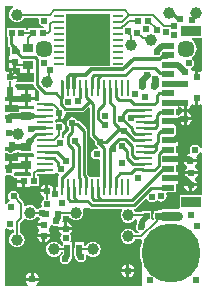
<source format=gtl>
G04*
G04 #@! TF.GenerationSoftware,Altium Limited,Altium Designer,23.3.1 (30)*
G04*
G04 Layer_Physical_Order=1*
G04 Layer_Color=255*
%FSLAX44Y44*%
%MOMM*%
G71*
G04*
G04 #@! TF.SameCoordinates,3788C411-BF41-4264-93CF-D4AFF9625904*
G04*
G04*
G04 #@! TF.FilePolarity,Positive*
G04*
G01*
G75*
%ADD13R,1.6510X0.9398*%
%ADD14R,1.0414X0.5334*%
%ADD15R,0.5153X0.4725*%
%ADD16R,0.5500X0.5500*%
%ADD17C,1.0000*%
%ADD18R,1.4620X0.2794*%
%ADD19R,0.2794X1.4620*%
%ADD20R,3.7592X4.4450*%
%ADD21R,0.8080X0.2548*%
%ADD22R,0.9000X0.8000*%
%ADD23R,0.8500X0.4500*%
%ADD24R,0.6000X0.5500*%
%ADD25R,0.5000X0.6000*%
%ADD34C,0.2000*%
%ADD35C,0.2800*%
%ADD36C,0.2200*%
%ADD37C,0.4000*%
%ADD38C,0.3000*%
%ADD39C,0.5000*%
%ADD40C,0.6000*%
%ADD41C,0.8000*%
%ADD42C,0.6200*%
%ADD43C,1.4500*%
%ADD44C,5.0000*%
%ADD45R,0.2000X0.5500*%
G36*
X10848Y239986D02*
X10853Y239586D01*
X9614Y238636D01*
X8572Y237278D01*
X7917Y235697D01*
X7694Y234000D01*
X7917Y232303D01*
X8572Y230722D01*
X9614Y229364D01*
X10972Y228322D01*
X12553Y227667D01*
X14250Y227444D01*
X15947Y227667D01*
X17528Y228322D01*
X18886Y229364D01*
X19928Y230722D01*
X20230Y231451D01*
X32476D01*
X33075Y230331D01*
X32984Y230195D01*
X32627Y228400D01*
X32984Y226605D01*
X34000Y225084D01*
X35522Y224067D01*
X37015Y223770D01*
X36890Y222500D01*
X23500D01*
Y220924D01*
X21862D01*
Y222362D01*
X6138D01*
Y214638D01*
X6849D01*
Y208750D01*
X6849Y208750D01*
X7051Y207736D01*
X7625Y206875D01*
X8250Y206251D01*
Y199290D01*
X7210D01*
Y195270D01*
X12500D01*
Y194000D01*
X13770D01*
Y188710D01*
X16960D01*
Y184460D01*
X22730D01*
Y191000D01*
X25270D01*
Y184460D01*
X28449D01*
Y177650D01*
X27637Y176654D01*
X27606Y176624D01*
X14303D01*
X13625Y177894D01*
X14063Y178549D01*
X14248Y179480D01*
X10095D01*
X9750Y179623D01*
X8750D01*
Y180750D01*
X7480D01*
Y186248D01*
X6549Y186063D01*
X5414Y185304D01*
X4144Y185983D01*
Y240856D01*
X10499D01*
X10848Y239986D01*
D02*
G37*
G36*
X170856Y186401D02*
X169587Y185722D01*
X168701Y186313D01*
X167771Y186499D01*
Y181001D01*
X165231D01*
Y186499D01*
X164300Y186313D01*
X163598Y185844D01*
X162197Y186436D01*
X161920Y187827D01*
X161453Y188527D01*
X162824Y189443D01*
X163841Y190965D01*
X164198Y192759D01*
X163841Y194554D01*
X162824Y196076D01*
X162505Y196289D01*
X162493Y196311D01*
X162509Y197814D01*
X163741Y198759D01*
X165143Y200587D01*
X166025Y202716D01*
X166325Y205000D01*
X166025Y207284D01*
X165143Y209413D01*
X163741Y211241D01*
X162059Y212531D01*
X162085Y213042D01*
X162414Y213801D01*
X170856D01*
Y186401D01*
D02*
G37*
G36*
X167771Y157503D02*
X168701Y157688D01*
X169587Y158279D01*
X170856Y157600D01*
X170856Y120903D01*
X169587Y120778D01*
X169583Y120795D01*
X168566Y122316D01*
X167045Y123333D01*
X165250Y123690D01*
X163455Y123333D01*
X161934Y122316D01*
X160917Y120795D01*
X160560Y119000D01*
X160880Y117390D01*
X160819Y117034D01*
X160212Y115974D01*
X158899Y115713D01*
X157034Y114466D01*
X155787Y112601D01*
X155602Y111670D01*
X166598D01*
X166413Y112601D01*
X165903Y113363D01*
X166389Y114537D01*
X167045Y114667D01*
X168566Y115684D01*
X169583Y117205D01*
X169587Y117222D01*
X170856Y117097D01*
Y81199D01*
X151945D01*
Y70065D01*
X150675Y69023D01*
X150250Y69108D01*
X138000D01*
X135854Y68681D01*
X134967Y68088D01*
X134000D01*
X133557Y68000D01*
X130000D01*
Y65613D01*
X129761Y65256D01*
X129412Y63500D01*
X129761Y61744D01*
X129927Y61496D01*
X129942Y60612D01*
X129225Y60042D01*
X128000Y60585D01*
Y62606D01*
X128078Y63000D01*
X128078Y63000D01*
Y63500D01*
X128000Y63894D01*
Y68000D01*
X120000D01*
Y66549D01*
X114480D01*
X114178Y67278D01*
X113413Y68274D01*
X113691Y69398D01*
X113884Y69663D01*
X114163Y69718D01*
X115122Y70359D01*
X123164Y78401D01*
X124380Y78033D01*
X124410Y77882D01*
X125426Y76360D01*
X126948Y75343D01*
X128743Y74986D01*
X130538Y75343D01*
X132059Y76360D01*
X132088Y76403D01*
X133732Y76578D01*
X134621Y75984D01*
X136416Y75627D01*
X138211Y75984D01*
X139732Y77001D01*
X140749Y78523D01*
X141106Y80317D01*
X140759Y82063D01*
X140735Y82289D01*
X141407Y83333D01*
X149207D01*
Y90293D01*
X150247D01*
Y94230D01*
X142500D01*
Y96770D01*
X150247D01*
Y100707D01*
X149207D01*
Y106293D01*
X150247D01*
Y110230D01*
X142500D01*
Y112770D01*
X150247D01*
Y116707D01*
X149207D01*
Y122293D01*
X150247D01*
Y126230D01*
X142500D01*
Y128770D01*
X150247D01*
Y132707D01*
X149207D01*
Y138293D01*
X150247D01*
Y142869D01*
X151517Y143254D01*
X152541Y141721D01*
X154407Y140475D01*
X155337Y140289D01*
Y145787D01*
Y151285D01*
X154407Y151100D01*
X152541Y149853D01*
X151517Y148321D01*
X150247Y148706D01*
Y148707D01*
X149207D01*
Y154293D01*
X150247D01*
Y156581D01*
X151517Y156967D01*
X152541Y155434D01*
X154407Y154187D01*
X155337Y154002D01*
Y159500D01*
X157878D01*
Y154002D01*
X158808Y154187D01*
X160674Y155434D01*
X161920Y157299D01*
X161999Y157698D01*
X163411Y158282D01*
X164300Y157688D01*
X165231Y157503D01*
Y163001D01*
X167771D01*
Y157503D01*
D02*
G37*
G36*
X28449Y174150D02*
X28651Y173136D01*
X29225Y172276D01*
X32500Y169001D01*
Y160837D01*
X29290D01*
Y161980D01*
X23520D01*
Y156710D01*
X29026D01*
Y154698D01*
X28250Y153750D01*
X16250D01*
Y151828D01*
X9000D01*
X9000Y151828D01*
X7743Y151578D01*
X7643D01*
X7643Y151578D01*
X6083Y151268D01*
X6056Y151250D01*
X4144D01*
Y157710D01*
X7480D01*
Y162500D01*
X10020D01*
Y157710D01*
X15210D01*
Y156710D01*
X20980D01*
Y163250D01*
Y169790D01*
X15210D01*
X14314Y170689D01*
X14063Y171951D01*
X12874Y173730D01*
X12974Y174179D01*
X13331Y175000D01*
X27606D01*
X28449Y174150D01*
D02*
G37*
G36*
X75743Y154902D02*
Y132055D01*
X75968Y130924D01*
X76609Y129965D01*
X80149Y126424D01*
X80065Y126000D01*
X80422Y124205D01*
X81439Y122684D01*
X82960Y121667D01*
X82779Y121070D01*
X82440Y120527D01*
X81620Y120690D01*
X79825Y120333D01*
X78304Y119316D01*
X77287Y117795D01*
X76930Y116000D01*
X77287Y114205D01*
X78304Y112684D01*
X79825Y111667D01*
X81620Y111310D01*
X83415Y111667D01*
X83543Y111753D01*
X84663Y111154D01*
Y96646D01*
X75282D01*
X75109Y97515D01*
X74468Y98475D01*
X73957Y98986D01*
Y135644D01*
X73732Y136775D01*
X73091Y137734D01*
X67275Y143551D01*
X66315Y144192D01*
X65281Y144397D01*
X64566Y145466D01*
X63045Y146483D01*
X61250Y146840D01*
X59455Y146483D01*
X57934Y145466D01*
X56917Y143945D01*
X56560Y142150D01*
X56917Y140355D01*
X57934Y138834D01*
X58117Y138711D01*
Y135968D01*
X54965Y132816D01*
X54324Y131857D01*
X54099Y130725D01*
Y130245D01*
X52979Y129646D01*
X52786Y129775D01*
X52682Y129795D01*
X52226Y130556D01*
X52098Y131207D01*
X52143Y131275D01*
X52337Y132250D01*
Y134213D01*
X53566Y135034D01*
X54582Y136555D01*
X54939Y138350D01*
X54582Y140145D01*
X53566Y141666D01*
X52044Y142683D01*
X50249Y143040D01*
X48454Y142683D01*
X47916Y142323D01*
X46646Y143002D01*
Y145111D01*
X47588Y145614D01*
X47916Y145664D01*
X48730Y145502D01*
Y151000D01*
X51270D01*
Y145502D01*
X52200Y145687D01*
X54066Y146933D01*
X55313Y148799D01*
X55750Y151000D01*
X55995Y151297D01*
X69254D01*
X70386Y151522D01*
X71345Y152163D01*
X74570Y155388D01*
X75743Y154902D01*
D02*
G37*
G36*
X16250Y116500D02*
X28250D01*
X29026Y115552D01*
Y113540D01*
X23520D01*
Y107000D01*
Y100460D01*
X25573D01*
X25951Y100000D01*
Y97500D01*
X12009D01*
X11519Y98770D01*
X12541Y100299D01*
X12573Y100460D01*
X20980D01*
Y107000D01*
Y113540D01*
X15210D01*
Y110040D01*
X10020D01*
Y105250D01*
X7480D01*
Y110040D01*
X4144D01*
Y116500D01*
X6262D01*
X6994Y116011D01*
X8750Y115662D01*
X10506Y116011D01*
X11237Y116500D01*
X14500D01*
Y117922D01*
X16250D01*
Y116500D01*
D02*
G37*
G36*
X47936Y100189D02*
X49458Y99172D01*
X49822Y98266D01*
X49895Y97790D01*
X49328Y96941D01*
X49269Y96646D01*
X49163D01*
Y96111D01*
X49103Y95810D01*
Y88529D01*
X48867Y88257D01*
X47953Y87655D01*
X47868Y87641D01*
X47333Y87748D01*
Y82250D01*
X44793D01*
Y87748D01*
X44340Y87658D01*
X43566Y88816D01*
X41701Y90063D01*
X40770Y90248D01*
Y84750D01*
X39500D01*
Y83624D01*
X38500D01*
X38151Y83480D01*
X34002D01*
X34187Y82549D01*
X35434Y80684D01*
X36876Y79720D01*
Y77529D01*
X36184Y77066D01*
X35167Y75545D01*
X34810Y73750D01*
X35158Y71998D01*
X35166Y71954D01*
X34498Y70670D01*
X33564Y70484D01*
X32266Y69617D01*
X31609Y69573D01*
X30729Y69787D01*
X29886Y70886D01*
X28528Y71928D01*
X26947Y72583D01*
X25250Y72806D01*
X23553Y72583D01*
X21972Y71928D01*
X21569Y71618D01*
X20299Y72245D01*
Y73720D01*
X20105Y74695D01*
X19552Y75522D01*
X15870Y79205D01*
X16050Y80110D01*
X15693Y81904D01*
X14676Y83426D01*
X13155Y84443D01*
X11360Y84800D01*
X9565Y84443D01*
X8043Y83426D01*
X7027Y81904D01*
X6670Y80110D01*
X7027Y78315D01*
X8043Y76793D01*
X8099Y76756D01*
X7831Y75408D01*
X7455Y75333D01*
X5934Y74316D01*
X5414Y73538D01*
X4144Y73923D01*
Y97682D01*
X5264Y98281D01*
X5434Y98167D01*
X7228Y97810D01*
X8773Y98117D01*
X9082Y98134D01*
X10278Y97478D01*
X10494Y96916D01*
X10730Y96668D01*
X10861Y96352D01*
X11142Y96236D01*
X11351Y96016D01*
X11693Y96007D01*
X12009Y95876D01*
X14460D01*
Y94270D01*
X20000D01*
Y93000D01*
X21270D01*
Y87710D01*
X25540D01*
Y88750D01*
X33000D01*
Y97250D01*
X31049D01*
Y98944D01*
X31219Y99114D01*
X37439D01*
X37685Y99163D01*
X46646D01*
Y99833D01*
X47916Y100219D01*
X47936Y100189D01*
D02*
G37*
G36*
X76669Y69718D02*
X77800Y69493D01*
X103003D01*
X103547Y68223D01*
X102822Y67278D01*
X102167Y65697D01*
X101944Y64000D01*
X102167Y62303D01*
X102822Y60722D01*
X103864Y59364D01*
X105222Y58322D01*
X106803Y57667D01*
X108500Y57444D01*
X110197Y57667D01*
X111778Y58322D01*
X113136Y59364D01*
X114178Y60722D01*
X114265Y60932D01*
X115048Y60950D01*
X115865Y59775D01*
X115658Y58737D01*
X115658Y58737D01*
Y56696D01*
X115174Y55971D01*
X114817Y54177D01*
X115174Y52382D01*
X116191Y50860D01*
X117375Y50069D01*
X116990Y48799D01*
X114480D01*
X114178Y49528D01*
X113136Y50886D01*
X111778Y51928D01*
X110197Y52583D01*
X108500Y52806D01*
X106803Y52583D01*
X105222Y51928D01*
X103864Y50886D01*
X102822Y49528D01*
X102167Y47947D01*
X101944Y46250D01*
X102167Y44553D01*
X102822Y42972D01*
X103864Y41614D01*
X105222Y40572D01*
X106803Y39917D01*
X108500Y39694D01*
X110197Y39917D01*
X111778Y40572D01*
X113136Y41614D01*
X114178Y42972D01*
X114480Y43701D01*
X119500D01*
X120000Y43291D01*
Y40893D01*
X119719Y40214D01*
X118745Y36158D01*
X118418Y32000D01*
X118745Y27842D01*
X119719Y23786D01*
X120000Y23108D01*
Y4143D01*
X30672Y4143D01*
X30287Y5413D01*
X31067Y5934D01*
X32313Y7800D01*
X32499Y8731D01*
X21503D01*
X21688Y7800D01*
X22935Y5934D01*
X23714Y5413D01*
X23329Y4143D01*
X4144D01*
Y52828D01*
X5414Y53214D01*
X5434Y53184D01*
X6955Y52167D01*
X8750Y51810D01*
X10545Y52167D01*
X10681Y52258D01*
X11801Y51659D01*
Y49521D01*
X10972Y49178D01*
X9614Y48136D01*
X8572Y46778D01*
X7917Y45197D01*
X7694Y43500D01*
X7917Y41803D01*
X8572Y40222D01*
X9614Y38864D01*
X10972Y37822D01*
X12553Y37167D01*
X14250Y36944D01*
X15947Y37167D01*
X17528Y37822D01*
X18886Y38864D01*
X19928Y40222D01*
X20583Y41803D01*
X20806Y43500D01*
X20583Y45197D01*
X19928Y46778D01*
X18886Y48136D01*
X17528Y49178D01*
X16899Y49438D01*
Y57294D01*
X19552Y59948D01*
X19941Y60530D01*
X20837Y60887D01*
X21441Y60980D01*
X21972Y60572D01*
X23553Y59917D01*
X25250Y59694D01*
X26947Y59917D01*
X28528Y60572D01*
X29886Y61614D01*
X30658Y62621D01*
X31823Y62801D01*
X32202Y62729D01*
X33417Y61916D01*
X33584Y61182D01*
X33606Y60515D01*
X32934Y60066D01*
X31687Y58201D01*
X31502Y57270D01*
X37000D01*
Y54730D01*
X31502D01*
X31687Y53799D01*
X32934Y51934D01*
Y50816D01*
X31687Y48951D01*
X31502Y48020D01*
X42498D01*
X42313Y48951D01*
X41066Y50816D01*
Y51934D01*
X42313Y53799D01*
X42751Y56000D01*
X42738Y56061D01*
X43935Y56556D01*
X44184Y56184D01*
X45705Y55167D01*
X47500Y54810D01*
X48923Y55093D01*
X49802Y54447D01*
X50026Y54128D01*
X50005Y54023D01*
X54233D01*
Y58250D01*
X53302Y58065D01*
X53196Y57994D01*
X52280Y58910D01*
X53018Y60014D01*
X53065Y60250D01*
X53250D01*
Y61181D01*
X53328Y61575D01*
X53328Y61575D01*
Y63701D01*
X58020D01*
X58322Y62972D01*
X59364Y61614D01*
X60722Y60572D01*
X62303Y59917D01*
X64000Y59694D01*
X65697Y59917D01*
X67278Y60572D01*
X68636Y61614D01*
X69678Y62972D01*
X70333Y64553D01*
X70556Y66250D01*
X70333Y67947D01*
X70008Y68730D01*
X70857Y70000D01*
X76247D01*
X76669Y69718D01*
D02*
G37*
%LPC*%
G36*
X11230Y192730D02*
X7210D01*
Y188710D01*
X11230D01*
Y192730D01*
D02*
G37*
G36*
X10020Y186248D02*
Y182020D01*
X14248D01*
X14063Y182951D01*
X12816Y184816D01*
X10951Y186063D01*
X10020Y186248D01*
D02*
G37*
G36*
X157878Y151285D02*
Y147057D01*
X162105D01*
X161920Y147988D01*
X160674Y149853D01*
X158808Y151100D01*
X157878Y151285D01*
D02*
G37*
G36*
X162105Y144517D02*
X157878D01*
Y140289D01*
X158808Y140475D01*
X160674Y141721D01*
X161920Y143587D01*
X162105Y144517D01*
D02*
G37*
G36*
X166598Y109130D02*
X155602D01*
X155787Y108199D01*
X157034Y106334D01*
X158038Y105663D01*
Y104136D01*
X157935Y104067D01*
X156688Y102201D01*
X156503Y101271D01*
X167499D01*
X167314Y102201D01*
X166067Y104067D01*
X165063Y104738D01*
Y106265D01*
X165166Y106334D01*
X166413Y108199D01*
X166598Y109130D01*
D02*
G37*
G36*
X167499Y98731D02*
X156503D01*
X156688Y97800D01*
X157861Y96045D01*
X158008Y95632D01*
Y94616D01*
X157192Y94071D01*
X155945Y92205D01*
X155760Y91274D01*
X166756D01*
X166571Y92205D01*
X165398Y93960D01*
X165251Y94373D01*
Y95389D01*
X166067Y95934D01*
X167314Y97800D01*
X167499Y98731D01*
D02*
G37*
G36*
X166756Y88734D02*
X162528D01*
Y84507D01*
X163458Y84692D01*
X165324Y85938D01*
X166571Y87804D01*
X166756Y88734D01*
D02*
G37*
G36*
X159988D02*
X155760D01*
X155945Y87804D01*
X157192Y85938D01*
X159057Y84692D01*
X159988Y84507D01*
Y88734D01*
D02*
G37*
G36*
X29290Y169790D02*
X23520D01*
Y164520D01*
X29290D01*
Y169790D01*
D02*
G37*
G36*
X18730Y91730D02*
X14460D01*
Y87710D01*
X18730D01*
Y91730D01*
D02*
G37*
G36*
X38230Y90248D02*
X37299Y90063D01*
X35434Y88816D01*
X34187Y86951D01*
X34002Y86020D01*
X38230D01*
Y90248D01*
D02*
G37*
G36*
X56773Y58250D02*
Y54023D01*
X61001D01*
X60816Y54953D01*
X59569Y56819D01*
X57703Y58065D01*
X56773Y58250D01*
D02*
G37*
G36*
X42498Y45480D02*
X38270D01*
Y41252D01*
X39201Y41437D01*
X41066Y42684D01*
X42313Y44549D01*
X42498Y45480D01*
D02*
G37*
G36*
X35730D02*
X31502D01*
X31687Y44549D01*
X32934Y42684D01*
X34799Y41437D01*
X35730Y41252D01*
Y45480D01*
D02*
G37*
G36*
X78500Y41806D02*
X76803Y41583D01*
X75222Y40928D01*
X73864Y39886D01*
X72822Y38528D01*
X72520Y37799D01*
X71000D01*
Y41000D01*
X63000D01*
Y36894D01*
X62922Y36500D01*
Y30325D01*
X62922Y30325D01*
X63232Y28764D01*
X63695Y28071D01*
X63917Y26955D01*
X64934Y25434D01*
X66455Y24417D01*
X68250Y24060D01*
X70045Y24417D01*
X71566Y25434D01*
X72583Y26955D01*
X72940Y28750D01*
X72676Y30076D01*
X73864Y30614D01*
X75222Y29572D01*
X76803Y28917D01*
X78500Y28694D01*
X80197Y28917D01*
X81778Y29572D01*
X83136Y30614D01*
X84178Y31972D01*
X84833Y33553D01*
X85056Y35250D01*
X84833Y36947D01*
X84178Y38528D01*
X83136Y39886D01*
X81778Y40928D01*
X80197Y41583D01*
X78500Y41806D01*
D02*
G37*
G36*
X61001Y51483D02*
X50005D01*
X50190Y50552D01*
X51437Y48686D01*
X52124Y48227D01*
X51167Y46795D01*
X50810Y45000D01*
X51167Y43205D01*
X52184Y41684D01*
X52184Y41683D01*
X52496Y41460D01*
X53000Y41000D01*
Y37799D01*
X51480D01*
X51178Y38528D01*
X50136Y39886D01*
X48778Y40928D01*
X47197Y41583D01*
X45500Y41806D01*
X43803Y41583D01*
X42222Y40928D01*
X40864Y39886D01*
X39822Y38528D01*
X39167Y36947D01*
X38944Y35250D01*
X39167Y33553D01*
X39822Y31972D01*
X40864Y30614D01*
X42222Y29572D01*
X43803Y28917D01*
X45500Y28694D01*
X47197Y28917D01*
X48778Y29572D01*
X50136Y30614D01*
X51178Y31972D01*
X51480Y32701D01*
X52922D01*
Y31366D01*
X51784Y30605D01*
X50767Y29084D01*
X50410Y27289D01*
X50767Y25494D01*
X51784Y23972D01*
X53305Y22956D01*
X55100Y22599D01*
X56895Y22956D01*
X58416Y23972D01*
X59433Y25494D01*
X59603Y26349D01*
X59884Y26630D01*
X59884Y26630D01*
X60768Y27953D01*
X61078Y29514D01*
X61078Y29514D01*
Y36500D01*
X61000Y36894D01*
Y41000D01*
X59887D01*
X59208Y42270D01*
X59833Y43205D01*
X60190Y45000D01*
X59833Y46795D01*
X58878Y48225D01*
X59569Y48686D01*
X60816Y50552D01*
X61001Y51483D01*
D02*
G37*
G36*
X109520Y22498D02*
Y18270D01*
X113748D01*
X113563Y19201D01*
X112316Y21066D01*
X110451Y22313D01*
X109520Y22498D01*
D02*
G37*
G36*
X106980D02*
X106049Y22313D01*
X104184Y21066D01*
X102937Y19201D01*
X102752Y18270D01*
X106980D01*
Y22498D01*
D02*
G37*
G36*
X113748Y15730D02*
X109520D01*
Y11502D01*
X110451Y11687D01*
X112316Y12934D01*
X113563Y14799D01*
X113748Y15730D01*
D02*
G37*
G36*
X106980D02*
X102752D01*
X102937Y14799D01*
X104184Y12934D01*
X106049Y11687D01*
X106980Y11502D01*
Y15730D01*
D02*
G37*
G36*
X28271Y15498D02*
Y11271D01*
X32499D01*
X32313Y12201D01*
X31067Y14067D01*
X29201Y15313D01*
X28271Y15498D01*
D02*
G37*
G36*
X25731D02*
X24800Y15313D01*
X22935Y14067D01*
X21688Y12201D01*
X21503Y11271D01*
X25731D01*
Y15498D01*
D02*
G37*
%LPD*%
D13*
X161700Y220000D02*
D03*
Y75000D02*
D03*
D14*
X142500Y207500D02*
D03*
Y199500D02*
D03*
Y191500D02*
D03*
Y183500D02*
D03*
Y175500D02*
D03*
Y167500D02*
D03*
Y159500D02*
D03*
Y151500D02*
D03*
Y143500D02*
D03*
Y135500D02*
D03*
Y127500D02*
D03*
Y119500D02*
D03*
Y111500D02*
D03*
Y103500D02*
D03*
Y95500D02*
D03*
Y87500D02*
D03*
D15*
X10214Y218500D02*
D03*
X17786D02*
D03*
D16*
X12500Y194000D02*
D03*
Y203000D02*
D03*
D17*
X14250Y43500D02*
D03*
X15000Y132500D02*
D03*
X40000Y177250D02*
D03*
X110750Y208000D02*
D03*
X128000Y212250D02*
D03*
X14250Y234000D02*
D03*
X45500Y35250D02*
D03*
X78500D02*
D03*
X108500Y64000D02*
D03*
Y46250D02*
D03*
X165750Y235500D02*
D03*
X143000D02*
D03*
X25250Y66250D02*
D03*
X64000D02*
D03*
D18*
X122164Y157940D02*
D03*
Y152860D02*
D03*
Y147780D02*
D03*
Y142700D02*
D03*
Y137620D02*
D03*
Y132540D02*
D03*
Y127460D02*
D03*
Y122380D02*
D03*
Y117300D02*
D03*
Y112220D02*
D03*
Y107140D02*
D03*
Y102060D02*
D03*
X37836D02*
D03*
Y107140D02*
D03*
Y112220D02*
D03*
Y117300D02*
D03*
Y122380D02*
D03*
Y127460D02*
D03*
Y132540D02*
D03*
Y137620D02*
D03*
Y142700D02*
D03*
Y147780D02*
D03*
Y152860D02*
D03*
Y157940D02*
D03*
D19*
X107940Y87836D02*
D03*
X102860D02*
D03*
X97780D02*
D03*
X92700D02*
D03*
X87620D02*
D03*
X82540D02*
D03*
X77460D02*
D03*
X72380D02*
D03*
X67300D02*
D03*
X62220D02*
D03*
X57140D02*
D03*
X52060D02*
D03*
Y172164D02*
D03*
X57140D02*
D03*
X62220D02*
D03*
X67300D02*
D03*
X72380D02*
D03*
X77460D02*
D03*
X82540D02*
D03*
X87620D02*
D03*
X92700D02*
D03*
X97780D02*
D03*
X102860D02*
D03*
X107940D02*
D03*
D20*
X74750Y212750D02*
D03*
D21*
X99491Y233070D02*
D03*
Y227990D02*
D03*
Y222910D02*
D03*
Y217830D02*
D03*
Y212750D02*
D03*
Y207670D02*
D03*
Y202590D02*
D03*
Y197510D02*
D03*
Y192430D02*
D03*
X50009D02*
D03*
Y197510D02*
D03*
Y202590D02*
D03*
Y207670D02*
D03*
Y212750D02*
D03*
Y217830D02*
D03*
Y222910D02*
D03*
Y227990D02*
D03*
Y233070D02*
D03*
D22*
X22250Y163250D02*
D03*
Y148250D02*
D03*
X24000Y191000D02*
D03*
Y206000D02*
D03*
X22250Y107000D02*
D03*
Y122000D02*
D03*
D23*
X8750Y147500D02*
D03*
Y162500D02*
D03*
Y120250D02*
D03*
Y105250D02*
D03*
D24*
X28000Y218250D02*
D03*
X36500D02*
D03*
X116750Y228750D02*
D03*
X125250D02*
D03*
X28500Y93000D02*
D03*
X20000D02*
D03*
D25*
X57000Y36500D02*
D03*
X67000D02*
D03*
X124000Y63500D02*
D03*
X134000D02*
D03*
X130500Y173750D02*
D03*
X120500D02*
D03*
X39250Y64750D02*
D03*
X49250D02*
D03*
D34*
X49196Y152304D02*
X50750Y150750D01*
X37836Y157940D02*
X38233Y157543D01*
X45395D01*
X49196Y153742D01*
Y152304D02*
Y153742D01*
X49788Y137889D02*
X50249Y138350D01*
X45395Y127857D02*
X49788Y132250D01*
Y137889D01*
X8250Y134250D02*
X15000D01*
X50208Y124659D02*
X50991Y125442D01*
X47838Y122380D02*
X50117Y124659D01*
X50208D01*
X37836Y122380D02*
X47838D01*
X38233Y127857D02*
X45395D01*
X7500Y133500D02*
X8000Y133000D01*
X7500Y133500D02*
X8250Y134250D01*
X99491Y222910D02*
X102257D01*
X110750Y208000D02*
Y216372D01*
X102257Y222910D02*
X103563Y224216D01*
X108356Y218766D02*
X110750Y216372D01*
X109060Y228526D02*
X113846D01*
X108356Y218766D02*
Y219902D01*
X103563Y224216D02*
X104750D01*
X109060Y228526D01*
X120738Y213781D02*
X126469D01*
X116169Y218350D02*
X120738Y213781D01*
X132536Y220795D02*
Y221714D01*
X125500Y228750D02*
X132536Y221714D01*
X138775Y224511D02*
X147194D01*
X129285Y234000D02*
X138775Y224511D01*
X147194D02*
X147257Y224447D01*
X109270Y234000D02*
X129285D01*
X50750Y66250D02*
X64000D01*
X49250Y64750D02*
X50750Y66250D01*
X40000Y177250D02*
X41531Y178781D01*
Y184842D01*
X42502Y185814D01*
Y186950D01*
X126469Y213781D02*
X128000Y212250D01*
X54537Y35250D02*
X55394Y34394D01*
X8000Y133000D02*
X14500D01*
X15000Y134250D02*
X15750Y135000D01*
X14500Y133000D02*
X15000Y132500D01*
X11360Y80110D02*
X17750Y73720D01*
Y61750D02*
Y73720D01*
X14350Y58350D02*
X17750Y61750D01*
X14250Y43500D02*
X14350Y43600D01*
Y58350D01*
X25250Y66250D02*
X25299Y66201D01*
X35310D01*
X35359Y66151D01*
X45500Y35250D02*
X54537D01*
X68250D02*
X78500D01*
X67000Y36500D02*
X68250Y35250D01*
X108500Y64000D02*
X123500D01*
X124000Y63500D01*
X131750Y58500D02*
X131828D01*
X132500Y62000D02*
X134000Y63500D01*
X132500Y59172D02*
Y62000D01*
X131828Y58500D02*
X132500Y59172D01*
X119500Y46250D02*
X131750Y58500D01*
X108500Y46250D02*
X119500D01*
X105795Y237475D02*
X109270Y234000D01*
X45564Y237475D02*
X105795D01*
X14250Y234000D02*
X42090D01*
X45564Y237475D01*
X166000Y233835D02*
Y236000D01*
X163554Y231389D02*
X166000Y233835D01*
X163554Y230103D02*
Y231389D01*
X162750Y229299D02*
X163554Y230103D01*
X125250Y228750D02*
X125500D01*
X103260Y227990D02*
X109270Y234000D01*
X44216Y227716D02*
X50009D01*
X12250Y191000D02*
X24000D01*
X12000Y191250D02*
X12250Y191000D01*
X24000Y214500D02*
X27875Y218375D01*
X24000Y206000D02*
Y214500D01*
X18250Y218500D02*
X18375Y218375D01*
X27875D01*
X28000Y218250D01*
X12000Y184250D02*
Y191250D01*
X8750Y181000D02*
X12000Y184250D01*
X8750Y180750D02*
Y181000D01*
X36500Y218250D02*
X40500D01*
X42250Y220000D02*
Y225750D01*
X40500Y218250D02*
X42250Y220000D01*
Y225750D02*
X44216Y227716D01*
X37836Y127460D02*
X38233Y127857D01*
X99491Y227990D02*
X103260D01*
X113872Y228500D02*
X116500D01*
X113846Y228526D02*
X113872Y228500D01*
X116500D02*
X116750Y228750D01*
X28500Y93000D02*
Y100000D01*
X37439Y101663D02*
X37836Y102060D01*
X30163Y101663D02*
X37439D01*
X28500Y100000D02*
X30163Y101663D01*
D35*
X65623Y160714D02*
Y161635D01*
X52419Y157000D02*
X52485D01*
X51650Y157295D02*
Y162739D01*
X52124Y157295D02*
X52419Y157000D01*
X47426Y167250D02*
X51793Y162883D01*
X52485Y157000D02*
X55231Y154254D01*
X51650Y157295D02*
X52124D01*
X67297Y163309D02*
Y172161D01*
X55231Y154254D02*
X69254D01*
X65623Y161635D02*
X67297Y163309D01*
X61901Y141500D02*
X64420D01*
X61074Y134744D02*
Y141974D01*
X57056Y124415D02*
Y130725D01*
X61074Y134744D01*
X64420Y141500D02*
X64460Y141460D01*
X61074Y141974D02*
X61250Y142150D01*
X61901Y141500D01*
X92700Y159444D02*
Y172164D01*
X104748Y135829D02*
X104748D01*
X83000Y153429D02*
X87620Y158049D01*
X83000Y146015D02*
Y153429D01*
X78700Y132055D02*
Y158116D01*
X104748Y135829D02*
X113114Y127463D01*
X83000Y146015D02*
X88214Y140801D01*
X89110D01*
X78700Y132055D02*
X84755Y126000D01*
X75908Y160908D02*
X78700Y158116D01*
X87620Y87836D02*
Y121325D01*
X83850Y125095D02*
X87620Y121325D01*
X64460Y141460D02*
X65184D01*
X71000Y135644D01*
X57056Y124415D02*
X61398Y120072D01*
Y104902D02*
Y120072D01*
X63056Y126034D02*
Y126900D01*
X100965Y136965D02*
X101614Y136317D01*
X103935D01*
X104586Y135666D01*
X113114Y127463D02*
X122161D01*
X92700Y159444D02*
X96000Y156144D01*
Y142527D02*
Y156144D01*
Y142527D02*
X100527Y138000D01*
X102000Y145757D02*
X102990D01*
X90000Y126000D02*
X100965Y136965D01*
X69254Y154254D02*
X75908Y160908D01*
X48501Y117297D02*
X55398Y110400D01*
X37839Y117297D02*
X48501D01*
X63056Y126034D02*
X66700Y122389D01*
X71000Y97761D02*
Y135644D01*
X66700Y95980D02*
X67297Y95383D01*
X66700Y95980D02*
Y122389D01*
X71000Y97761D02*
X72377Y96384D01*
X84755Y126000D02*
X90000D01*
X67297Y172161D02*
X67300Y172164D01*
X51650Y162739D02*
X52060Y163149D01*
Y167797D01*
X103500Y122511D02*
X107250Y118761D01*
X95350Y120651D02*
X95675Y120325D01*
X72380Y164436D02*
X75908Y160908D01*
X100840Y128840D02*
X105656D01*
X111954Y114702D02*
Y122542D01*
X92700Y120700D02*
X92749Y120651D01*
X105656Y128840D02*
X111954Y122542D01*
X92749Y120651D02*
X95350D01*
X111250Y135726D02*
Y137497D01*
X114436Y132540D02*
X122164D01*
X111250Y135726D02*
X114436Y132540D01*
X102990Y145757D02*
X111250Y137497D01*
X72380Y164436D02*
Y172164D01*
X92700Y87836D02*
Y120700D01*
X100840Y128840D01*
X107250Y112496D02*
Y118761D01*
X49349Y105408D02*
X51252Y103505D01*
X52996Y96500D02*
X61398Y104902D01*
X67297Y87839D02*
Y95383D01*
X110755Y146507D02*
X110995D01*
X72377Y87839D02*
Y96384D01*
X52750Y96500D02*
X52996D01*
X52060Y95810D02*
X52750Y96500D01*
X87620Y158049D02*
Y172164D01*
X110995Y146507D02*
X112265Y147777D01*
X122161D01*
X107360Y152860D02*
X122164D01*
X104000Y149500D02*
X107360Y152860D01*
X104000Y146238D02*
Y149500D01*
X122161Y147777D02*
X122164Y147780D01*
X110765Y99500D02*
X114108Y102843D01*
X112196Y107550D02*
X121754D01*
X107250Y112496D02*
X112196Y107550D01*
X121754D02*
X122164Y107140D01*
X101716Y99500D02*
X110765D01*
X114108Y102843D02*
X119892D01*
X120675Y102060D01*
X122164D01*
X97783Y95567D02*
X101716Y99500D01*
X111250Y76750D02*
X136733Y102233D01*
X128081Y87500D02*
X142500D01*
X113031Y72450D02*
X128081Y87500D01*
X77800Y72450D02*
X113031D01*
X85250Y76750D02*
X111250D01*
X57143Y78357D02*
Y87833D01*
Y78357D02*
X59000Y76500D01*
X64750D01*
X25875Y128375D02*
X30037Y132537D01*
X37833D01*
X25875Y127875D02*
Y128375D01*
X38750Y65250D02*
X39250Y64750D01*
X38499Y65501D02*
X38750Y65250D01*
X36334Y65501D02*
X38499D01*
X36010D02*
X36334D01*
X35359Y66151D02*
X36010Y65501D01*
X49349Y105408D02*
Y108435D01*
X37833Y132537D02*
X37836Y132540D01*
X37833Y147783D02*
X37836Y147780D01*
X28217Y147783D02*
X37833D01*
X28000Y148000D02*
X28217Y147783D01*
X52060Y87836D02*
Y95810D01*
X100500Y161250D02*
X109750D01*
X97783Y163967D02*
X100500Y161250D01*
X113057Y157943D02*
X122161D01*
X109750Y161250D02*
X113057Y157943D01*
X131500Y189000D02*
X135733Y184767D01*
X112250Y189000D02*
X131500D01*
X135733Y184767D02*
X141233D01*
X142500Y183500D01*
X105624Y182374D02*
X112250Y189000D01*
X85022Y182374D02*
X105624D01*
X37836Y112220D02*
X37839Y112217D01*
X45567D01*
X49349Y108435D01*
X37836Y117300D02*
X37839Y117297D01*
X122167Y157943D02*
X130693D01*
X122164Y157940D02*
X122167Y157943D01*
X132500Y165000D02*
X134750Y167250D01*
X142250D01*
X130693Y157943D02*
X132500Y159750D01*
Y165000D01*
X142250Y167250D02*
X142500Y167500D01*
X114536Y112120D02*
X116357D01*
X111954Y114702D02*
X114536Y112120D01*
X122161Y127463D02*
X122164Y127460D01*
X72377Y87839D02*
X72380Y87836D01*
X67297Y87839D02*
X67300Y87836D01*
X97783Y163967D02*
Y172161D01*
X57140Y87836D02*
X57143Y87833D01*
X62220Y87836D02*
X62223Y87833D01*
Y79027D02*
Y87833D01*
Y79027D02*
X64750Y76500D01*
X73750D01*
X77800Y72450D01*
X77463Y79037D02*
Y87833D01*
X79750Y76750D02*
X85250D01*
X77463Y79037D02*
X79750Y76750D01*
X77460Y87836D02*
X77463Y87833D01*
X82537Y81857D02*
Y87833D01*
X82500Y79500D02*
Y81820D01*
Y79500D02*
X85250Y76750D01*
X82500Y81820D02*
X82537Y81857D01*
Y87833D02*
X82540Y87836D01*
X79103Y182374D02*
X85022D01*
X77463Y172167D02*
Y180734D01*
X79103Y182374D01*
X77460Y172164D02*
X77463Y172167D01*
X82543Y179895D02*
X85022Y182374D01*
X82543Y172167D02*
Y179895D01*
X82540Y172164D02*
X82543Y172167D01*
X97780Y172164D02*
X97783Y172161D01*
X122161Y157943D02*
X122164Y157940D01*
X136733Y102233D02*
X141233D01*
X130482Y102063D02*
X134250Y105831D01*
Y115669D01*
X122167Y102063D02*
X130482D01*
X134250Y115669D02*
X137331Y118750D01*
X141750D01*
X142500Y119500D01*
X129803Y117303D02*
X131573Y119073D01*
X122167Y117303D02*
X129803D01*
X122164Y117300D02*
X122167Y117303D01*
X131573Y119073D02*
Y124060D01*
X122164Y102060D02*
X122167Y102063D01*
X129895Y122383D02*
X131573Y124060D01*
X141233Y102233D02*
X142500Y103500D01*
X97780Y87836D02*
X97783Y87839D01*
Y95567D01*
X132750Y139263D02*
Y145250D01*
X130203Y142703D02*
X132750Y145250D01*
Y148750D01*
X122164Y142700D02*
X122167Y142703D01*
X130203D01*
X142250Y151250D02*
X142500Y151500D01*
X135250Y151250D02*
X142250D01*
X122167Y137623D02*
X131110D01*
X132750Y139263D01*
Y148750D02*
X135250Y151250D01*
X122164Y137620D02*
X122167Y137623D01*
X131573Y124060D02*
X133250Y125738D01*
X142250Y135750D02*
X142500Y135500D01*
X136000Y135750D02*
X142250D01*
X133250Y133000D02*
X136000Y135750D01*
X133250Y125738D02*
Y133000D01*
X122164Y122380D02*
X122167Y122383D01*
X129895D01*
D36*
X12500Y206250D02*
X15400Y203350D01*
X11500Y202250D02*
X12000Y202750D01*
Y206250D02*
X12500D01*
X12000Y202750D02*
Y206250D01*
X38000Y167250D02*
X47426D01*
X37000Y168250D02*
X38000Y167250D01*
X37000Y168250D02*
X37000D01*
X31100Y174150D02*
X37000Y168250D01*
X52060Y167797D02*
Y172164D01*
Y178077D01*
X29513Y197663D02*
X31100Y196077D01*
X15400Y200600D02*
X18336Y197663D01*
X29513D01*
X31100Y174150D02*
Y196077D01*
X15400Y200600D02*
Y203350D01*
X9500Y218250D02*
X9750Y218500D01*
X9500Y208750D02*
Y218250D01*
Y208750D02*
X12000Y206250D01*
D37*
X26100Y137150D02*
X27150D01*
X27500Y137500D01*
X24750Y126750D02*
X25875Y127875D01*
X24250Y126750D02*
X24750D01*
D38*
X77795Y210000D02*
X78750D01*
X77647Y209853D02*
X77795Y210000D01*
X144000Y29750D02*
X146116D01*
X165750Y9250D02*
Y10116D01*
X27500Y137500D02*
X27620Y137620D01*
X37836D01*
X67600Y219900D02*
X74750Y212750D01*
X66567Y219900D02*
X67600D01*
X60750Y212750D02*
X74750D01*
X60083Y213417D02*
X60750Y212750D01*
X74750D02*
X77647Y209853D01*
X143000Y236000D02*
X144894D01*
X149735Y231160D01*
X151425D01*
X152037Y230547D01*
X136903Y198333D02*
X141333D01*
X135120Y196550D02*
X136903Y198333D01*
X113168Y196550D02*
X135120D01*
X104143Y187525D02*
X113168Y196550D01*
X141333Y198333D02*
X142500Y199500D01*
X77275Y187525D02*
X104143D01*
X72750Y183000D02*
X77275Y187525D01*
X65186Y183000D02*
X72750D01*
X62323Y180137D02*
X65186Y183000D01*
X57243Y172267D02*
Y181243D01*
X59000Y183000D01*
X65186D01*
X57140Y172164D02*
X57243Y172267D01*
X62220Y172164D02*
X62323Y172267D01*
Y180137D01*
D39*
X132593Y202650D02*
X132823Y202880D01*
Y203353D01*
X136802Y207333D01*
X156278Y185627D02*
X156608D01*
X156607Y159500D02*
X156608Y159500D01*
X152713Y145787D02*
X156608D01*
X156600Y175250D02*
X156608D01*
X150572Y191333D02*
X156278Y185627D01*
X142500Y159500D02*
X156607D01*
X142667Y191333D02*
X150572D01*
X142625Y175375D02*
X156475D01*
X156600Y175250D01*
X49250Y61575D02*
Y64750D01*
X47500Y59825D02*
X49250Y61575D01*
X47500Y59500D02*
Y59825D01*
X55100Y27614D02*
X57000Y29514D01*
X55100Y27289D02*
Y27614D01*
X57000Y29514D02*
Y36500D01*
X67000Y30325D02*
Y36500D01*
X68250Y28750D02*
Y29075D01*
X67000Y30325D02*
X68250Y29075D01*
X124000Y63000D02*
Y63500D01*
X119507Y54177D02*
X119737Y54406D01*
Y58737D01*
X124000Y63000D01*
X24250Y124000D02*
Y126750D01*
X38750Y65250D02*
X39250D01*
X7643Y147500D02*
X8750D01*
X7393Y147250D02*
X7643Y147500D01*
X7393Y144730D02*
Y147250D01*
X7164Y144500D02*
X7393Y144730D01*
X7708Y105250D02*
X8750D01*
X7458Y102730D02*
Y105000D01*
X7228Y102500D02*
X7458Y102730D01*
Y105000D02*
X7708Y105250D01*
X142500Y111500D02*
X160000D01*
X161100Y110400D01*
X36585Y65250D02*
X38750D01*
X36334Y65501D02*
X36585Y65250D01*
X35684Y66151D02*
X36334Y65501D01*
X39250Y64750D02*
Y65250D01*
X35359Y66151D02*
X35684D01*
X142500Y175500D02*
X142625Y175375D01*
X142500Y191500D02*
X142667Y191333D01*
X155762Y95500D02*
X161258Y90004D01*
X142500Y95500D02*
X155762D01*
X148695Y143333D02*
X151707Y140321D01*
X8750Y105250D02*
X9000Y105500D01*
X20750D01*
X22250Y107000D01*
X12000Y122000D02*
X22250D01*
X22500D01*
X22250Y148250D02*
X22500Y148000D01*
X28000D01*
X8750Y147500D02*
X9000Y147750D01*
X21750D01*
X22250Y148250D01*
X8750Y162500D02*
Y169500D01*
X21875Y162875D02*
X22250Y163250D01*
X9125Y162875D02*
X21875D01*
X8750Y162500D02*
X9125Y162875D01*
X136802Y207333D02*
X142333D01*
X142500Y207500D01*
Y143500D02*
X142667Y143667D01*
X150592D01*
X152713Y145787D01*
X151707Y131176D02*
Y140321D01*
X142500Y127500D02*
X142667Y127667D01*
X148198D01*
X151707Y131176D01*
D40*
X124100Y182421D02*
Y182475D01*
X120500Y173750D02*
Y178821D01*
X124100Y182421D01*
X131378Y178962D02*
X131417Y179000D01*
X131378Y174628D02*
Y178962D01*
X130500Y173750D02*
X131378Y174628D01*
X8750Y120250D02*
X10000Y121500D01*
Y123250D01*
X134000Y63500D02*
X138000D01*
D41*
X150250D01*
D42*
X8750Y180750D02*
D03*
Y169750D02*
D03*
X39500Y84750D02*
D03*
Y73750D02*
D03*
X57716Y160254D02*
D03*
X65623Y160714D02*
D03*
X61250Y142150D02*
D03*
X50249Y138350D02*
D03*
X89000Y148500D02*
D03*
X89110Y140801D02*
D03*
X84755Y126000D02*
D03*
X63056Y126900D02*
D03*
X104586Y135666D02*
D03*
X102000Y145757D02*
D03*
X50991Y125442D02*
D03*
X50000Y151000D02*
D03*
X55398Y110400D02*
D03*
X103500Y122511D02*
D03*
X95675Y120325D02*
D03*
X51252Y103505D02*
D03*
X81620Y116000D02*
D03*
X26100Y137150D02*
D03*
X7500Y133500D02*
D03*
X110755Y146507D02*
D03*
X108356Y219902D02*
D03*
X78750Y210000D02*
D03*
X116169Y218350D02*
D03*
X132593Y202650D02*
D03*
X132536Y220795D02*
D03*
X123239Y221400D02*
D03*
X114609Y166404D02*
D03*
X103255Y108005D02*
D03*
X128743Y79676D02*
D03*
X117006Y96005D02*
D03*
X156608Y185627D02*
D03*
Y175250D02*
D03*
Y145787D02*
D03*
Y159500D02*
D03*
X124100Y182475D02*
D03*
X126750Y9000D02*
D03*
X165750Y9250D02*
D03*
X166501Y181001D02*
D03*
Y163001D02*
D03*
X162001Y100001D02*
D03*
Y64001D02*
D03*
X166501Y55001D02*
D03*
X27001Y10001D02*
D03*
X55503Y52753D02*
D03*
X55100Y27289D02*
D03*
X68250Y28750D02*
D03*
X119507Y54177D02*
D03*
X9250Y71000D02*
D03*
X131417Y179000D02*
D03*
X8750Y56500D02*
D03*
X37000Y46750D02*
D03*
X10000Y123250D02*
D03*
X7164Y144500D02*
D03*
X7228Y102500D02*
D03*
X11360Y80110D02*
D03*
X52422Y74654D02*
D03*
X161100Y110400D02*
D03*
X37000Y56000D02*
D03*
X47500Y59500D02*
D03*
X35359Y66151D02*
D03*
X108250Y17000D02*
D03*
X66567Y219900D02*
D03*
X60083Y213417D02*
D03*
X37317Y228400D02*
D03*
X152037Y230547D02*
D03*
X147257Y224447D02*
D03*
X147507Y216751D02*
D03*
X162750Y229299D02*
D03*
X159508Y192759D02*
D03*
X140114Y218911D02*
D03*
X122900Y163943D02*
D03*
X42502Y186950D02*
D03*
X36800Y193150D02*
D03*
X150250Y63500D02*
D03*
X165250Y119000D02*
D03*
X161258Y90004D02*
D03*
X55500Y45000D02*
D03*
X136416Y80317D02*
D03*
X46063Y82250D02*
D03*
D43*
X157500Y205000D02*
D03*
X37500D02*
D03*
D44*
X145000Y32000D02*
D03*
D45*
X8750Y175249D02*
D03*
X39500Y79250D02*
D03*
M02*

</source>
